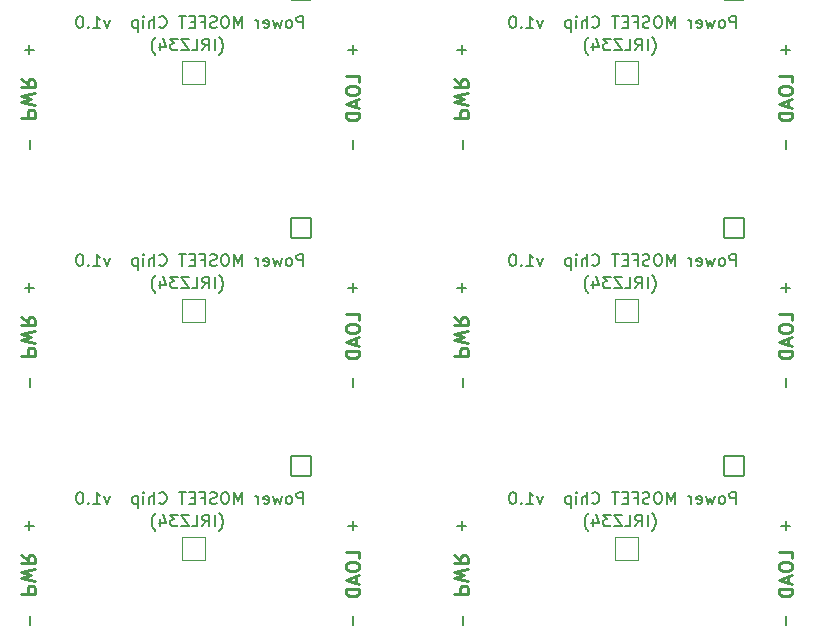
<source format=gbo>
%TF.GenerationSoftware,KiCad,Pcbnew,(6.0.5)*%
%TF.CreationDate,2022-06-05T15:56:58-07:00*%
%TF.ProjectId,mosfet_chip_panel,6d6f7366-6574-45f6-9368-69705f70616e,rev?*%
%TF.SameCoordinates,Original*%
%TF.FileFunction,Legend,Bot*%
%TF.FilePolarity,Positive*%
%FSLAX46Y46*%
G04 Gerber Fmt 4.6, Leading zero omitted, Abs format (unit mm)*
G04 Created by KiCad (PCBNEW (6.0.5)) date 2022-06-05 15:56:58*
%MOMM*%
%LPD*%
G01*
G04 APERTURE LIST*
G04 Aperture macros list*
%AMRoundRect*
0 Rectangle with rounded corners*
0 $1 Rounding radius*
0 $2 $3 $4 $5 $6 $7 $8 $9 X,Y pos of 4 corners*
0 Add a 4 corners polygon primitive as box body*
4,1,4,$2,$3,$4,$5,$6,$7,$8,$9,$2,$3,0*
0 Add four circle primitives for the rounded corners*
1,1,$1+$1,$2,$3*
1,1,$1+$1,$4,$5*
1,1,$1+$1,$6,$7*
1,1,$1+$1,$8,$9*
0 Add four rect primitives between the rounded corners*
20,1,$1+$1,$2,$3,$4,$5,0*
20,1,$1+$1,$4,$5,$6,$7,0*
20,1,$1+$1,$6,$7,$8,$9,0*
20,1,$1+$1,$8,$9,$2,$3,0*%
G04 Aperture macros list end*
%ADD10C,0.250000*%
%ADD11C,0.150000*%
%ADD12C,0.700000*%
%ADD13C,2.132000*%
%ADD14C,2.386000*%
%ADD15RoundRect,0.050000X0.850000X-0.850000X0.850000X0.850000X-0.850000X0.850000X-0.850000X-0.850000X0*%
%ADD16O,1.800000X1.800000*%
%ADD17RoundRect,0.050000X-1.000000X0.952500X-1.000000X-0.952500X1.000000X-0.952500X1.000000X0.952500X0*%
%ADD18O,2.100000X2.005000*%
G04 APERTURE END LIST*
D10*
X54320238Y-31840714D02*
X54320238Y-31293095D01*
X53170238Y-31293095D01*
X53170238Y-32443095D02*
X53170238Y-32662142D01*
X53225000Y-32771666D01*
X53334523Y-32881190D01*
X53553571Y-32935952D01*
X53936904Y-32935952D01*
X54155952Y-32881190D01*
X54265476Y-32771666D01*
X54320238Y-32662142D01*
X54320238Y-32443095D01*
X54265476Y-32333571D01*
X54155952Y-32224047D01*
X53936904Y-32169285D01*
X53553571Y-32169285D01*
X53334523Y-32224047D01*
X53225000Y-32333571D01*
X53170238Y-32443095D01*
X53991666Y-33374047D02*
X53991666Y-33921666D01*
X54320238Y-33264523D02*
X53170238Y-33647857D01*
X54320238Y-34031190D01*
X54320238Y-34414523D02*
X53170238Y-34414523D01*
X53170238Y-34688333D01*
X53225000Y-34852619D01*
X53334523Y-34962142D01*
X53444047Y-35016904D01*
X53663095Y-35071666D01*
X53827380Y-35071666D01*
X54046428Y-35016904D01*
X54155952Y-34962142D01*
X54265476Y-34852619D01*
X54320238Y-34688333D01*
X54320238Y-34414523D01*
X90970238Y-72140714D02*
X90970238Y-71593095D01*
X89820238Y-71593095D01*
X89820238Y-72743095D02*
X89820238Y-72962142D01*
X89875000Y-73071666D01*
X89984523Y-73181190D01*
X90203571Y-73235952D01*
X90586904Y-73235952D01*
X90805952Y-73181190D01*
X90915476Y-73071666D01*
X90970238Y-72962142D01*
X90970238Y-72743095D01*
X90915476Y-72633571D01*
X90805952Y-72524047D01*
X90586904Y-72469285D01*
X90203571Y-72469285D01*
X89984523Y-72524047D01*
X89875000Y-72633571D01*
X89820238Y-72743095D01*
X90641666Y-73674047D02*
X90641666Y-74221666D01*
X90970238Y-73564523D02*
X89820238Y-73947857D01*
X90970238Y-74331190D01*
X90970238Y-74714523D02*
X89820238Y-74714523D01*
X89820238Y-74988333D01*
X89875000Y-75152619D01*
X89984523Y-75262142D01*
X90094047Y-75316904D01*
X90313095Y-75371666D01*
X90477380Y-75371666D01*
X90696428Y-75316904D01*
X90805952Y-75262142D01*
X90915476Y-75152619D01*
X90970238Y-74988333D01*
X90970238Y-74714523D01*
X54320238Y-72140714D02*
X54320238Y-71593095D01*
X53170238Y-71593095D01*
X53170238Y-72743095D02*
X53170238Y-72962142D01*
X53225000Y-73071666D01*
X53334523Y-73181190D01*
X53553571Y-73235952D01*
X53936904Y-73235952D01*
X54155952Y-73181190D01*
X54265476Y-73071666D01*
X54320238Y-72962142D01*
X54320238Y-72743095D01*
X54265476Y-72633571D01*
X54155952Y-72524047D01*
X53936904Y-72469285D01*
X53553571Y-72469285D01*
X53334523Y-72524047D01*
X53225000Y-72633571D01*
X53170238Y-72743095D01*
X53991666Y-73674047D02*
X53991666Y-74221666D01*
X54320238Y-73564523D02*
X53170238Y-73947857D01*
X54320238Y-74331190D01*
X54320238Y-74714523D02*
X53170238Y-74714523D01*
X53170238Y-74988333D01*
X53225000Y-75152619D01*
X53334523Y-75262142D01*
X53444047Y-75316904D01*
X53663095Y-75371666D01*
X53827380Y-75371666D01*
X54046428Y-75316904D01*
X54155952Y-75262142D01*
X54265476Y-75152619D01*
X54320238Y-74988333D01*
X54320238Y-74714523D01*
X90970238Y-51990714D02*
X90970238Y-51443095D01*
X89820238Y-51443095D01*
X89820238Y-52593095D02*
X89820238Y-52812142D01*
X89875000Y-52921666D01*
X89984523Y-53031190D01*
X90203571Y-53085952D01*
X90586904Y-53085952D01*
X90805952Y-53031190D01*
X90915476Y-52921666D01*
X90970238Y-52812142D01*
X90970238Y-52593095D01*
X90915476Y-52483571D01*
X90805952Y-52374047D01*
X90586904Y-52319285D01*
X90203571Y-52319285D01*
X89984523Y-52374047D01*
X89875000Y-52483571D01*
X89820238Y-52593095D01*
X90641666Y-53524047D02*
X90641666Y-54071666D01*
X90970238Y-53414523D02*
X89820238Y-53797857D01*
X90970238Y-54181190D01*
X90970238Y-54564523D02*
X89820238Y-54564523D01*
X89820238Y-54838333D01*
X89875000Y-55002619D01*
X89984523Y-55112142D01*
X90094047Y-55166904D01*
X90313095Y-55221666D01*
X90477380Y-55221666D01*
X90696428Y-55166904D01*
X90805952Y-55112142D01*
X90915476Y-55002619D01*
X90970238Y-54838333D01*
X90970238Y-54564523D01*
X54320238Y-51990714D02*
X54320238Y-51443095D01*
X53170238Y-51443095D01*
X53170238Y-52593095D02*
X53170238Y-52812142D01*
X53225000Y-52921666D01*
X53334523Y-53031190D01*
X53553571Y-53085952D01*
X53936904Y-53085952D01*
X54155952Y-53031190D01*
X54265476Y-52921666D01*
X54320238Y-52812142D01*
X54320238Y-52593095D01*
X54265476Y-52483571D01*
X54155952Y-52374047D01*
X53936904Y-52319285D01*
X53553571Y-52319285D01*
X53334523Y-52374047D01*
X53225000Y-52483571D01*
X53170238Y-52593095D01*
X53991666Y-53524047D02*
X53991666Y-54071666D01*
X54320238Y-53414523D02*
X53170238Y-53797857D01*
X54320238Y-54181190D01*
X54320238Y-54564523D02*
X53170238Y-54564523D01*
X53170238Y-54838333D01*
X53225000Y-55002619D01*
X53334523Y-55112142D01*
X53444047Y-55166904D01*
X53663095Y-55221666D01*
X53827380Y-55221666D01*
X54046428Y-55166904D01*
X54155952Y-55112142D01*
X54265476Y-55002619D01*
X54320238Y-54838333D01*
X54320238Y-54564523D01*
X90970238Y-31840714D02*
X90970238Y-31293095D01*
X89820238Y-31293095D01*
X89820238Y-32443095D02*
X89820238Y-32662142D01*
X89875000Y-32771666D01*
X89984523Y-32881190D01*
X90203571Y-32935952D01*
X90586904Y-32935952D01*
X90805952Y-32881190D01*
X90915476Y-32771666D01*
X90970238Y-32662142D01*
X90970238Y-32443095D01*
X90915476Y-32333571D01*
X90805952Y-32224047D01*
X90586904Y-32169285D01*
X90203571Y-32169285D01*
X89984523Y-32224047D01*
X89875000Y-32333571D01*
X89820238Y-32443095D01*
X90641666Y-33374047D02*
X90641666Y-33921666D01*
X90970238Y-33264523D02*
X89820238Y-33647857D01*
X90970238Y-34031190D01*
X90970238Y-34414523D02*
X89820238Y-34414523D01*
X89820238Y-34688333D01*
X89875000Y-34852619D01*
X89984523Y-34962142D01*
X90094047Y-35016904D01*
X90313095Y-35071666D01*
X90477380Y-35071666D01*
X90696428Y-35016904D01*
X90805952Y-34962142D01*
X90915476Y-34852619D01*
X90970238Y-34688333D01*
X90970238Y-34414523D01*
D11*
X54130952Y-29076428D02*
X53369047Y-29076428D01*
X53750000Y-29457380D02*
X53750000Y-28695476D01*
X90780952Y-69376428D02*
X90019047Y-69376428D01*
X90400000Y-69757380D02*
X90400000Y-68995476D01*
X54130952Y-69376428D02*
X53369047Y-69376428D01*
X53750000Y-69757380D02*
X53750000Y-68995476D01*
X90780952Y-49226428D02*
X90019047Y-49226428D01*
X90400000Y-49607380D02*
X90400000Y-48845476D01*
X54130952Y-49226428D02*
X53369047Y-49226428D01*
X53750000Y-49607380D02*
X53750000Y-48845476D01*
X90780952Y-29076428D02*
X90019047Y-29076428D01*
X90400000Y-29457380D02*
X90400000Y-28695476D01*
X42464294Y-29538331D02*
X42511913Y-29490712D01*
X42607151Y-29347855D01*
X42654770Y-29252617D01*
X42702389Y-29109759D01*
X42750009Y-28871664D01*
X42750009Y-28681188D01*
X42702389Y-28443093D01*
X42654770Y-28300236D01*
X42607151Y-28204998D01*
X42511913Y-28062140D01*
X42464294Y-28014521D01*
X42083342Y-29157378D02*
X42083342Y-28157378D01*
X41035723Y-29157378D02*
X41369056Y-28681188D01*
X41607151Y-29157378D02*
X41607151Y-28157378D01*
X41226199Y-28157378D01*
X41130961Y-28204998D01*
X41083342Y-28252617D01*
X41035723Y-28347855D01*
X41035723Y-28490712D01*
X41083342Y-28585950D01*
X41130961Y-28633569D01*
X41226199Y-28681188D01*
X41607151Y-28681188D01*
X40130961Y-29157378D02*
X40607151Y-29157378D01*
X40607151Y-28157378D01*
X39892866Y-28157378D02*
X39226199Y-28157378D01*
X39892866Y-29157378D01*
X39226199Y-29157378D01*
X38940485Y-28157378D02*
X38321437Y-28157378D01*
X38654770Y-28538331D01*
X38511913Y-28538331D01*
X38416675Y-28585950D01*
X38369056Y-28633569D01*
X38321437Y-28728807D01*
X38321437Y-28966902D01*
X38369056Y-29062140D01*
X38416675Y-29109759D01*
X38511913Y-29157378D01*
X38797628Y-29157378D01*
X38892866Y-29109759D01*
X38940485Y-29062140D01*
X37464294Y-28490712D02*
X37464294Y-29157378D01*
X37702389Y-28109759D02*
X37940485Y-28824045D01*
X37321437Y-28824045D01*
X37035723Y-29538331D02*
X36988104Y-29490712D01*
X36892866Y-29347855D01*
X36845247Y-29252617D01*
X36797628Y-29109759D01*
X36750009Y-28871664D01*
X36750009Y-28681188D01*
X36797628Y-28443093D01*
X36845247Y-28300236D01*
X36892866Y-28204998D01*
X36988104Y-28062140D01*
X37035723Y-28014521D01*
X79114294Y-69838331D02*
X79161913Y-69790712D01*
X79257151Y-69647855D01*
X79304770Y-69552617D01*
X79352389Y-69409759D01*
X79400009Y-69171664D01*
X79400009Y-68981188D01*
X79352389Y-68743093D01*
X79304770Y-68600236D01*
X79257151Y-68504998D01*
X79161913Y-68362140D01*
X79114294Y-68314521D01*
X78733342Y-69457378D02*
X78733342Y-68457378D01*
X77685723Y-69457378D02*
X78019056Y-68981188D01*
X78257151Y-69457378D02*
X78257151Y-68457378D01*
X77876199Y-68457378D01*
X77780961Y-68504998D01*
X77733342Y-68552617D01*
X77685723Y-68647855D01*
X77685723Y-68790712D01*
X77733342Y-68885950D01*
X77780961Y-68933569D01*
X77876199Y-68981188D01*
X78257151Y-68981188D01*
X76780961Y-69457378D02*
X77257151Y-69457378D01*
X77257151Y-68457378D01*
X76542866Y-68457378D02*
X75876199Y-68457378D01*
X76542866Y-69457378D01*
X75876199Y-69457378D01*
X75590485Y-68457378D02*
X74971437Y-68457378D01*
X75304770Y-68838331D01*
X75161913Y-68838331D01*
X75066675Y-68885950D01*
X75019056Y-68933569D01*
X74971437Y-69028807D01*
X74971437Y-69266902D01*
X75019056Y-69362140D01*
X75066675Y-69409759D01*
X75161913Y-69457378D01*
X75447628Y-69457378D01*
X75542866Y-69409759D01*
X75590485Y-69362140D01*
X74114294Y-68790712D02*
X74114294Y-69457378D01*
X74352389Y-68409759D02*
X74590485Y-69124045D01*
X73971437Y-69124045D01*
X73685723Y-69838331D02*
X73638104Y-69790712D01*
X73542866Y-69647855D01*
X73495247Y-69552617D01*
X73447628Y-69409759D01*
X73400009Y-69171664D01*
X73400009Y-68981188D01*
X73447628Y-68743093D01*
X73495247Y-68600236D01*
X73542866Y-68504998D01*
X73638104Y-68362140D01*
X73685723Y-68314521D01*
X42464294Y-69838331D02*
X42511913Y-69790712D01*
X42607151Y-69647855D01*
X42654770Y-69552617D01*
X42702389Y-69409759D01*
X42750009Y-69171664D01*
X42750009Y-68981188D01*
X42702389Y-68743093D01*
X42654770Y-68600236D01*
X42607151Y-68504998D01*
X42511913Y-68362140D01*
X42464294Y-68314521D01*
X42083342Y-69457378D02*
X42083342Y-68457378D01*
X41035723Y-69457378D02*
X41369056Y-68981188D01*
X41607151Y-69457378D02*
X41607151Y-68457378D01*
X41226199Y-68457378D01*
X41130961Y-68504998D01*
X41083342Y-68552617D01*
X41035723Y-68647855D01*
X41035723Y-68790712D01*
X41083342Y-68885950D01*
X41130961Y-68933569D01*
X41226199Y-68981188D01*
X41607151Y-68981188D01*
X40130961Y-69457378D02*
X40607151Y-69457378D01*
X40607151Y-68457378D01*
X39892866Y-68457378D02*
X39226199Y-68457378D01*
X39892866Y-69457378D01*
X39226199Y-69457378D01*
X38940485Y-68457378D02*
X38321437Y-68457378D01*
X38654770Y-68838331D01*
X38511913Y-68838331D01*
X38416675Y-68885950D01*
X38369056Y-68933569D01*
X38321437Y-69028807D01*
X38321437Y-69266902D01*
X38369056Y-69362140D01*
X38416675Y-69409759D01*
X38511913Y-69457378D01*
X38797628Y-69457378D01*
X38892866Y-69409759D01*
X38940485Y-69362140D01*
X37464294Y-68790712D02*
X37464294Y-69457378D01*
X37702389Y-68409759D02*
X37940485Y-69124045D01*
X37321437Y-69124045D01*
X37035723Y-69838331D02*
X36988104Y-69790712D01*
X36892866Y-69647855D01*
X36845247Y-69552617D01*
X36797628Y-69409759D01*
X36750009Y-69171664D01*
X36750009Y-68981188D01*
X36797628Y-68743093D01*
X36845247Y-68600236D01*
X36892866Y-68504998D01*
X36988104Y-68362140D01*
X37035723Y-68314521D01*
X79114294Y-49688331D02*
X79161913Y-49640712D01*
X79257151Y-49497855D01*
X79304770Y-49402617D01*
X79352389Y-49259759D01*
X79400009Y-49021664D01*
X79400009Y-48831188D01*
X79352389Y-48593093D01*
X79304770Y-48450236D01*
X79257151Y-48354998D01*
X79161913Y-48212140D01*
X79114294Y-48164521D01*
X78733342Y-49307378D02*
X78733342Y-48307378D01*
X77685723Y-49307378D02*
X78019056Y-48831188D01*
X78257151Y-49307378D02*
X78257151Y-48307378D01*
X77876199Y-48307378D01*
X77780961Y-48354998D01*
X77733342Y-48402617D01*
X77685723Y-48497855D01*
X77685723Y-48640712D01*
X77733342Y-48735950D01*
X77780961Y-48783569D01*
X77876199Y-48831188D01*
X78257151Y-48831188D01*
X76780961Y-49307378D02*
X77257151Y-49307378D01*
X77257151Y-48307378D01*
X76542866Y-48307378D02*
X75876199Y-48307378D01*
X76542866Y-49307378D01*
X75876199Y-49307378D01*
X75590485Y-48307378D02*
X74971437Y-48307378D01*
X75304770Y-48688331D01*
X75161913Y-48688331D01*
X75066675Y-48735950D01*
X75019056Y-48783569D01*
X74971437Y-48878807D01*
X74971437Y-49116902D01*
X75019056Y-49212140D01*
X75066675Y-49259759D01*
X75161913Y-49307378D01*
X75447628Y-49307378D01*
X75542866Y-49259759D01*
X75590485Y-49212140D01*
X74114294Y-48640712D02*
X74114294Y-49307378D01*
X74352389Y-48259759D02*
X74590485Y-48974045D01*
X73971437Y-48974045D01*
X73685723Y-49688331D02*
X73638104Y-49640712D01*
X73542866Y-49497855D01*
X73495247Y-49402617D01*
X73447628Y-49259759D01*
X73400009Y-49021664D01*
X73400009Y-48831188D01*
X73447628Y-48593093D01*
X73495247Y-48450236D01*
X73542866Y-48354998D01*
X73638104Y-48212140D01*
X73685723Y-48164521D01*
X42464294Y-49688331D02*
X42511913Y-49640712D01*
X42607151Y-49497855D01*
X42654770Y-49402617D01*
X42702389Y-49259759D01*
X42750009Y-49021664D01*
X42750009Y-48831188D01*
X42702389Y-48593093D01*
X42654770Y-48450236D01*
X42607151Y-48354998D01*
X42511913Y-48212140D01*
X42464294Y-48164521D01*
X42083342Y-49307378D02*
X42083342Y-48307378D01*
X41035723Y-49307378D02*
X41369056Y-48831188D01*
X41607151Y-49307378D02*
X41607151Y-48307378D01*
X41226199Y-48307378D01*
X41130961Y-48354998D01*
X41083342Y-48402617D01*
X41035723Y-48497855D01*
X41035723Y-48640712D01*
X41083342Y-48735950D01*
X41130961Y-48783569D01*
X41226199Y-48831188D01*
X41607151Y-48831188D01*
X40130961Y-49307378D02*
X40607151Y-49307378D01*
X40607151Y-48307378D01*
X39892866Y-48307378D02*
X39226199Y-48307378D01*
X39892866Y-49307378D01*
X39226199Y-49307378D01*
X38940485Y-48307378D02*
X38321437Y-48307378D01*
X38654770Y-48688331D01*
X38511913Y-48688331D01*
X38416675Y-48735950D01*
X38369056Y-48783569D01*
X38321437Y-48878807D01*
X38321437Y-49116902D01*
X38369056Y-49212140D01*
X38416675Y-49259759D01*
X38511913Y-49307378D01*
X38797628Y-49307378D01*
X38892866Y-49259759D01*
X38940485Y-49212140D01*
X37464294Y-48640712D02*
X37464294Y-49307378D01*
X37702389Y-48259759D02*
X37940485Y-48974045D01*
X37321437Y-48974045D01*
X37035723Y-49688331D02*
X36988104Y-49640712D01*
X36892866Y-49497855D01*
X36845247Y-49402617D01*
X36797628Y-49259759D01*
X36750009Y-49021664D01*
X36750009Y-48831188D01*
X36797628Y-48593093D01*
X36845247Y-48450236D01*
X36892866Y-48354998D01*
X36988104Y-48212140D01*
X37035723Y-48164521D01*
X79114294Y-29538331D02*
X79161913Y-29490712D01*
X79257151Y-29347855D01*
X79304770Y-29252617D01*
X79352389Y-29109759D01*
X79400009Y-28871664D01*
X79400009Y-28681188D01*
X79352389Y-28443093D01*
X79304770Y-28300236D01*
X79257151Y-28204998D01*
X79161913Y-28062140D01*
X79114294Y-28014521D01*
X78733342Y-29157378D02*
X78733342Y-28157378D01*
X77685723Y-29157378D02*
X78019056Y-28681188D01*
X78257151Y-29157378D02*
X78257151Y-28157378D01*
X77876199Y-28157378D01*
X77780961Y-28204998D01*
X77733342Y-28252617D01*
X77685723Y-28347855D01*
X77685723Y-28490712D01*
X77733342Y-28585950D01*
X77780961Y-28633569D01*
X77876199Y-28681188D01*
X78257151Y-28681188D01*
X76780961Y-29157378D02*
X77257151Y-29157378D01*
X77257151Y-28157378D01*
X76542866Y-28157378D02*
X75876199Y-28157378D01*
X76542866Y-29157378D01*
X75876199Y-29157378D01*
X75590485Y-28157378D02*
X74971437Y-28157378D01*
X75304770Y-28538331D01*
X75161913Y-28538331D01*
X75066675Y-28585950D01*
X75019056Y-28633569D01*
X74971437Y-28728807D01*
X74971437Y-28966902D01*
X75019056Y-29062140D01*
X75066675Y-29109759D01*
X75161913Y-29157378D01*
X75447628Y-29157378D01*
X75542866Y-29109759D01*
X75590485Y-29062140D01*
X74114294Y-28490712D02*
X74114294Y-29157378D01*
X74352389Y-28109759D02*
X74590485Y-28824045D01*
X73971437Y-28824045D01*
X73685723Y-29538331D02*
X73638104Y-29490712D01*
X73542866Y-29347855D01*
X73495247Y-29252617D01*
X73447628Y-29109759D01*
X73400009Y-28871664D01*
X73400009Y-28681188D01*
X73447628Y-28443093D01*
X73495247Y-28300236D01*
X73542866Y-28204998D01*
X73638104Y-28062140D01*
X73685723Y-28014521D01*
X26730952Y-29076428D02*
X25969047Y-29076428D01*
X26350000Y-29457380D02*
X26350000Y-28695476D01*
X63380952Y-69376428D02*
X62619047Y-69376428D01*
X63000000Y-69757380D02*
X63000000Y-68995476D01*
X26730952Y-69376428D02*
X25969047Y-69376428D01*
X26350000Y-69757380D02*
X26350000Y-68995476D01*
X63380952Y-49226428D02*
X62619047Y-49226428D01*
X63000000Y-49607380D02*
X63000000Y-48845476D01*
X26730952Y-49226428D02*
X25969047Y-49226428D01*
X26350000Y-49607380D02*
X26350000Y-48845476D01*
X63380952Y-29076428D02*
X62619047Y-29076428D01*
X63000000Y-29457380D02*
X63000000Y-28695476D01*
X26428571Y-37485952D02*
X26428571Y-36724047D01*
X63078571Y-77785952D02*
X63078571Y-77024047D01*
X26428571Y-77785952D02*
X26428571Y-77024047D01*
X63078571Y-57635952D02*
X63078571Y-56874047D01*
X26428571Y-57635952D02*
X26428571Y-56874047D01*
X63078571Y-37485952D02*
X63078571Y-36724047D01*
D10*
X25657142Y-34855000D02*
X26857142Y-34855000D01*
X26857142Y-34397857D01*
X26800000Y-34283571D01*
X26742857Y-34226428D01*
X26628571Y-34169285D01*
X26457142Y-34169285D01*
X26342857Y-34226428D01*
X26285714Y-34283571D01*
X26228571Y-34397857D01*
X26228571Y-34855000D01*
X26857142Y-33769285D02*
X25657142Y-33483571D01*
X26514285Y-33255000D01*
X25657142Y-33026428D01*
X26857142Y-32740714D01*
X25657142Y-31597857D02*
X26228571Y-31997857D01*
X25657142Y-32283571D02*
X26857142Y-32283571D01*
X26857142Y-31826428D01*
X26800000Y-31712142D01*
X26742857Y-31655000D01*
X26628571Y-31597857D01*
X26457142Y-31597857D01*
X26342857Y-31655000D01*
X26285714Y-31712142D01*
X26228571Y-31826428D01*
X26228571Y-32283571D01*
X62307142Y-75155000D02*
X63507142Y-75155000D01*
X63507142Y-74697857D01*
X63450000Y-74583571D01*
X63392857Y-74526428D01*
X63278571Y-74469285D01*
X63107142Y-74469285D01*
X62992857Y-74526428D01*
X62935714Y-74583571D01*
X62878571Y-74697857D01*
X62878571Y-75155000D01*
X63507142Y-74069285D02*
X62307142Y-73783571D01*
X63164285Y-73555000D01*
X62307142Y-73326428D01*
X63507142Y-73040714D01*
X62307142Y-71897857D02*
X62878571Y-72297857D01*
X62307142Y-72583571D02*
X63507142Y-72583571D01*
X63507142Y-72126428D01*
X63450000Y-72012142D01*
X63392857Y-71955000D01*
X63278571Y-71897857D01*
X63107142Y-71897857D01*
X62992857Y-71955000D01*
X62935714Y-72012142D01*
X62878571Y-72126428D01*
X62878571Y-72583571D01*
X25657142Y-75155000D02*
X26857142Y-75155000D01*
X26857142Y-74697857D01*
X26800000Y-74583571D01*
X26742857Y-74526428D01*
X26628571Y-74469285D01*
X26457142Y-74469285D01*
X26342857Y-74526428D01*
X26285714Y-74583571D01*
X26228571Y-74697857D01*
X26228571Y-75155000D01*
X26857142Y-74069285D02*
X25657142Y-73783571D01*
X26514285Y-73555000D01*
X25657142Y-73326428D01*
X26857142Y-73040714D01*
X25657142Y-71897857D02*
X26228571Y-72297857D01*
X25657142Y-72583571D02*
X26857142Y-72583571D01*
X26857142Y-72126428D01*
X26800000Y-72012142D01*
X26742857Y-71955000D01*
X26628571Y-71897857D01*
X26457142Y-71897857D01*
X26342857Y-71955000D01*
X26285714Y-72012142D01*
X26228571Y-72126428D01*
X26228571Y-72583571D01*
X62307142Y-55005000D02*
X63507142Y-55005000D01*
X63507142Y-54547857D01*
X63450000Y-54433571D01*
X63392857Y-54376428D01*
X63278571Y-54319285D01*
X63107142Y-54319285D01*
X62992857Y-54376428D01*
X62935714Y-54433571D01*
X62878571Y-54547857D01*
X62878571Y-55005000D01*
X63507142Y-53919285D02*
X62307142Y-53633571D01*
X63164285Y-53405000D01*
X62307142Y-53176428D01*
X63507142Y-52890714D01*
X62307142Y-51747857D02*
X62878571Y-52147857D01*
X62307142Y-52433571D02*
X63507142Y-52433571D01*
X63507142Y-51976428D01*
X63450000Y-51862142D01*
X63392857Y-51805000D01*
X63278571Y-51747857D01*
X63107142Y-51747857D01*
X62992857Y-51805000D01*
X62935714Y-51862142D01*
X62878571Y-51976428D01*
X62878571Y-52433571D01*
X25657142Y-55005000D02*
X26857142Y-55005000D01*
X26857142Y-54547857D01*
X26800000Y-54433571D01*
X26742857Y-54376428D01*
X26628571Y-54319285D01*
X26457142Y-54319285D01*
X26342857Y-54376428D01*
X26285714Y-54433571D01*
X26228571Y-54547857D01*
X26228571Y-55005000D01*
X26857142Y-53919285D02*
X25657142Y-53633571D01*
X26514285Y-53405000D01*
X25657142Y-53176428D01*
X26857142Y-52890714D01*
X25657142Y-51747857D02*
X26228571Y-52147857D01*
X25657142Y-52433571D02*
X26857142Y-52433571D01*
X26857142Y-51976428D01*
X26800000Y-51862142D01*
X26742857Y-51805000D01*
X26628571Y-51747857D01*
X26457142Y-51747857D01*
X26342857Y-51805000D01*
X26285714Y-51862142D01*
X26228571Y-51976428D01*
X26228571Y-52433571D01*
X62307142Y-34855000D02*
X63507142Y-34855000D01*
X63507142Y-34397857D01*
X63450000Y-34283571D01*
X63392857Y-34226428D01*
X63278571Y-34169285D01*
X63107142Y-34169285D01*
X62992857Y-34226428D01*
X62935714Y-34283571D01*
X62878571Y-34397857D01*
X62878571Y-34855000D01*
X63507142Y-33769285D02*
X62307142Y-33483571D01*
X63164285Y-33255000D01*
X62307142Y-33026428D01*
X63507142Y-32740714D01*
X62307142Y-31597857D02*
X62878571Y-31997857D01*
X62307142Y-32283571D02*
X63507142Y-32283571D01*
X63507142Y-31826428D01*
X63450000Y-31712142D01*
X63392857Y-31655000D01*
X63278571Y-31597857D01*
X63107142Y-31597857D01*
X62992857Y-31655000D01*
X62935714Y-31712142D01*
X62878571Y-31826428D01*
X62878571Y-32283571D01*
D11*
X33178571Y-26590714D02*
X32940476Y-27257380D01*
X32702380Y-26590714D01*
X31797619Y-27257380D02*
X32369047Y-27257380D01*
X32083333Y-27257380D02*
X32083333Y-26257380D01*
X32178571Y-26400238D01*
X32273809Y-26495476D01*
X32369047Y-26543095D01*
X31369047Y-27162142D02*
X31321428Y-27209761D01*
X31369047Y-27257380D01*
X31416666Y-27209761D01*
X31369047Y-27162142D01*
X31369047Y-27257380D01*
X30702380Y-26257380D02*
X30607142Y-26257380D01*
X30511904Y-26305000D01*
X30464285Y-26352619D01*
X30416666Y-26447857D01*
X30369047Y-26638333D01*
X30369047Y-26876428D01*
X30416666Y-27066904D01*
X30464285Y-27162142D01*
X30511904Y-27209761D01*
X30607142Y-27257380D01*
X30702380Y-27257380D01*
X30797619Y-27209761D01*
X30845238Y-27162142D01*
X30892857Y-27066904D01*
X30940476Y-26876428D01*
X30940476Y-26638333D01*
X30892857Y-26447857D01*
X30845238Y-26352619D01*
X30797619Y-26305000D01*
X30702380Y-26257380D01*
X69828571Y-66890714D02*
X69590476Y-67557380D01*
X69352380Y-66890714D01*
X68447619Y-67557380D02*
X69019047Y-67557380D01*
X68733333Y-67557380D02*
X68733333Y-66557380D01*
X68828571Y-66700238D01*
X68923809Y-66795476D01*
X69019047Y-66843095D01*
X68019047Y-67462142D02*
X67971428Y-67509761D01*
X68019047Y-67557380D01*
X68066666Y-67509761D01*
X68019047Y-67462142D01*
X68019047Y-67557380D01*
X67352380Y-66557380D02*
X67257142Y-66557380D01*
X67161904Y-66605000D01*
X67114285Y-66652619D01*
X67066666Y-66747857D01*
X67019047Y-66938333D01*
X67019047Y-67176428D01*
X67066666Y-67366904D01*
X67114285Y-67462142D01*
X67161904Y-67509761D01*
X67257142Y-67557380D01*
X67352380Y-67557380D01*
X67447619Y-67509761D01*
X67495238Y-67462142D01*
X67542857Y-67366904D01*
X67590476Y-67176428D01*
X67590476Y-66938333D01*
X67542857Y-66747857D01*
X67495238Y-66652619D01*
X67447619Y-66605000D01*
X67352380Y-66557380D01*
X33178571Y-66890714D02*
X32940476Y-67557380D01*
X32702380Y-66890714D01*
X31797619Y-67557380D02*
X32369047Y-67557380D01*
X32083333Y-67557380D02*
X32083333Y-66557380D01*
X32178571Y-66700238D01*
X32273809Y-66795476D01*
X32369047Y-66843095D01*
X31369047Y-67462142D02*
X31321428Y-67509761D01*
X31369047Y-67557380D01*
X31416666Y-67509761D01*
X31369047Y-67462142D01*
X31369047Y-67557380D01*
X30702380Y-66557380D02*
X30607142Y-66557380D01*
X30511904Y-66605000D01*
X30464285Y-66652619D01*
X30416666Y-66747857D01*
X30369047Y-66938333D01*
X30369047Y-67176428D01*
X30416666Y-67366904D01*
X30464285Y-67462142D01*
X30511904Y-67509761D01*
X30607142Y-67557380D01*
X30702380Y-67557380D01*
X30797619Y-67509761D01*
X30845238Y-67462142D01*
X30892857Y-67366904D01*
X30940476Y-67176428D01*
X30940476Y-66938333D01*
X30892857Y-66747857D01*
X30845238Y-66652619D01*
X30797619Y-66605000D01*
X30702380Y-66557380D01*
X69828571Y-46740714D02*
X69590476Y-47407380D01*
X69352380Y-46740714D01*
X68447619Y-47407380D02*
X69019047Y-47407380D01*
X68733333Y-47407380D02*
X68733333Y-46407380D01*
X68828571Y-46550238D01*
X68923809Y-46645476D01*
X69019047Y-46693095D01*
X68019047Y-47312142D02*
X67971428Y-47359761D01*
X68019047Y-47407380D01*
X68066666Y-47359761D01*
X68019047Y-47312142D01*
X68019047Y-47407380D01*
X67352380Y-46407380D02*
X67257142Y-46407380D01*
X67161904Y-46455000D01*
X67114285Y-46502619D01*
X67066666Y-46597857D01*
X67019047Y-46788333D01*
X67019047Y-47026428D01*
X67066666Y-47216904D01*
X67114285Y-47312142D01*
X67161904Y-47359761D01*
X67257142Y-47407380D01*
X67352380Y-47407380D01*
X67447619Y-47359761D01*
X67495238Y-47312142D01*
X67542857Y-47216904D01*
X67590476Y-47026428D01*
X67590476Y-46788333D01*
X67542857Y-46597857D01*
X67495238Y-46502619D01*
X67447619Y-46455000D01*
X67352380Y-46407380D01*
X33178571Y-46740714D02*
X32940476Y-47407380D01*
X32702380Y-46740714D01*
X31797619Y-47407380D02*
X32369047Y-47407380D01*
X32083333Y-47407380D02*
X32083333Y-46407380D01*
X32178571Y-46550238D01*
X32273809Y-46645476D01*
X32369047Y-46693095D01*
X31369047Y-47312142D02*
X31321428Y-47359761D01*
X31369047Y-47407380D01*
X31416666Y-47359761D01*
X31369047Y-47312142D01*
X31369047Y-47407380D01*
X30702380Y-46407380D02*
X30607142Y-46407380D01*
X30511904Y-46455000D01*
X30464285Y-46502619D01*
X30416666Y-46597857D01*
X30369047Y-46788333D01*
X30369047Y-47026428D01*
X30416666Y-47216904D01*
X30464285Y-47312142D01*
X30511904Y-47359761D01*
X30607142Y-47407380D01*
X30702380Y-47407380D01*
X30797619Y-47359761D01*
X30845238Y-47312142D01*
X30892857Y-47216904D01*
X30940476Y-47026428D01*
X30940476Y-46788333D01*
X30892857Y-46597857D01*
X30845238Y-46502619D01*
X30797619Y-46455000D01*
X30702380Y-46407380D01*
X69828571Y-26590714D02*
X69590476Y-27257380D01*
X69352380Y-26590714D01*
X68447619Y-27257380D02*
X69019047Y-27257380D01*
X68733333Y-27257380D02*
X68733333Y-26257380D01*
X68828571Y-26400238D01*
X68923809Y-26495476D01*
X69019047Y-26543095D01*
X68019047Y-27162142D02*
X67971428Y-27209761D01*
X68019047Y-27257380D01*
X68066666Y-27209761D01*
X68019047Y-27162142D01*
X68019047Y-27257380D01*
X67352380Y-26257380D02*
X67257142Y-26257380D01*
X67161904Y-26305000D01*
X67114285Y-26352619D01*
X67066666Y-26447857D01*
X67019047Y-26638333D01*
X67019047Y-26876428D01*
X67066666Y-27066904D01*
X67114285Y-27162142D01*
X67161904Y-27209761D01*
X67257142Y-27257380D01*
X67352380Y-27257380D01*
X67447619Y-27209761D01*
X67495238Y-27162142D01*
X67542857Y-27066904D01*
X67590476Y-26876428D01*
X67590476Y-26638333D01*
X67542857Y-26447857D01*
X67495238Y-26352619D01*
X67447619Y-26305000D01*
X67352380Y-26257380D01*
X53778571Y-37485952D02*
X53778571Y-36724047D01*
X90428571Y-77785952D02*
X90428571Y-77024047D01*
X53778571Y-77785952D02*
X53778571Y-77024047D01*
X90428571Y-57635952D02*
X90428571Y-56874047D01*
X53778571Y-57635952D02*
X53778571Y-56874047D01*
X90428571Y-37485952D02*
X90428571Y-36724047D01*
X49564285Y-27257380D02*
X49564285Y-26257380D01*
X49183333Y-26257380D01*
X49088095Y-26305000D01*
X49040476Y-26352619D01*
X48992857Y-26447857D01*
X48992857Y-26590714D01*
X49040476Y-26685952D01*
X49088095Y-26733571D01*
X49183333Y-26781190D01*
X49564285Y-26781190D01*
X48421428Y-27257380D02*
X48516666Y-27209761D01*
X48564285Y-27162142D01*
X48611904Y-27066904D01*
X48611904Y-26781190D01*
X48564285Y-26685952D01*
X48516666Y-26638333D01*
X48421428Y-26590714D01*
X48278571Y-26590714D01*
X48183333Y-26638333D01*
X48135714Y-26685952D01*
X48088095Y-26781190D01*
X48088095Y-27066904D01*
X48135714Y-27162142D01*
X48183333Y-27209761D01*
X48278571Y-27257380D01*
X48421428Y-27257380D01*
X47754761Y-26590714D02*
X47564285Y-27257380D01*
X47373809Y-26781190D01*
X47183333Y-27257380D01*
X46992857Y-26590714D01*
X46230952Y-27209761D02*
X46326190Y-27257380D01*
X46516666Y-27257380D01*
X46611904Y-27209761D01*
X46659523Y-27114523D01*
X46659523Y-26733571D01*
X46611904Y-26638333D01*
X46516666Y-26590714D01*
X46326190Y-26590714D01*
X46230952Y-26638333D01*
X46183333Y-26733571D01*
X46183333Y-26828809D01*
X46659523Y-26924047D01*
X45754761Y-27257380D02*
X45754761Y-26590714D01*
X45754761Y-26781190D02*
X45707142Y-26685952D01*
X45659523Y-26638333D01*
X45564285Y-26590714D01*
X45469047Y-26590714D01*
X44373809Y-27257380D02*
X44373809Y-26257380D01*
X44040476Y-26971666D01*
X43707142Y-26257380D01*
X43707142Y-27257380D01*
X43040476Y-26257380D02*
X42850000Y-26257380D01*
X42754761Y-26305000D01*
X42659523Y-26400238D01*
X42611904Y-26590714D01*
X42611904Y-26924047D01*
X42659523Y-27114523D01*
X42754761Y-27209761D01*
X42850000Y-27257380D01*
X43040476Y-27257380D01*
X43135714Y-27209761D01*
X43230952Y-27114523D01*
X43278571Y-26924047D01*
X43278571Y-26590714D01*
X43230952Y-26400238D01*
X43135714Y-26305000D01*
X43040476Y-26257380D01*
X42230952Y-27209761D02*
X42088095Y-27257380D01*
X41850000Y-27257380D01*
X41754761Y-27209761D01*
X41707142Y-27162142D01*
X41659523Y-27066904D01*
X41659523Y-26971666D01*
X41707142Y-26876428D01*
X41754761Y-26828809D01*
X41850000Y-26781190D01*
X42040476Y-26733571D01*
X42135714Y-26685952D01*
X42183333Y-26638333D01*
X42230952Y-26543095D01*
X42230952Y-26447857D01*
X42183333Y-26352619D01*
X42135714Y-26305000D01*
X42040476Y-26257380D01*
X41802380Y-26257380D01*
X41659523Y-26305000D01*
X40897619Y-26733571D02*
X41230952Y-26733571D01*
X41230952Y-27257380D02*
X41230952Y-26257380D01*
X40754761Y-26257380D01*
X40373809Y-26733571D02*
X40040476Y-26733571D01*
X39897619Y-27257380D02*
X40373809Y-27257380D01*
X40373809Y-26257380D01*
X39897619Y-26257380D01*
X39611904Y-26257380D02*
X39040476Y-26257380D01*
X39326190Y-27257380D02*
X39326190Y-26257380D01*
X37373809Y-27162142D02*
X37421428Y-27209761D01*
X37564285Y-27257380D01*
X37659523Y-27257380D01*
X37802380Y-27209761D01*
X37897619Y-27114523D01*
X37945238Y-27019285D01*
X37992857Y-26828809D01*
X37992857Y-26685952D01*
X37945238Y-26495476D01*
X37897619Y-26400238D01*
X37802380Y-26305000D01*
X37659523Y-26257380D01*
X37564285Y-26257380D01*
X37421428Y-26305000D01*
X37373809Y-26352619D01*
X36945238Y-27257380D02*
X36945238Y-26257380D01*
X36516666Y-27257380D02*
X36516666Y-26733571D01*
X36564285Y-26638333D01*
X36659523Y-26590714D01*
X36802380Y-26590714D01*
X36897619Y-26638333D01*
X36945238Y-26685952D01*
X36040476Y-27257380D02*
X36040476Y-26590714D01*
X36040476Y-26257380D02*
X36088095Y-26305000D01*
X36040476Y-26352619D01*
X35992857Y-26305000D01*
X36040476Y-26257380D01*
X36040476Y-26352619D01*
X35564285Y-26590714D02*
X35564285Y-27590714D01*
X35564285Y-26638333D02*
X35469047Y-26590714D01*
X35278571Y-26590714D01*
X35183333Y-26638333D01*
X35135714Y-26685952D01*
X35088095Y-26781190D01*
X35088095Y-27066904D01*
X35135714Y-27162142D01*
X35183333Y-27209761D01*
X35278571Y-27257380D01*
X35469047Y-27257380D01*
X35564285Y-27209761D01*
X86214285Y-67557380D02*
X86214285Y-66557380D01*
X85833333Y-66557380D01*
X85738095Y-66605000D01*
X85690476Y-66652619D01*
X85642857Y-66747857D01*
X85642857Y-66890714D01*
X85690476Y-66985952D01*
X85738095Y-67033571D01*
X85833333Y-67081190D01*
X86214285Y-67081190D01*
X85071428Y-67557380D02*
X85166666Y-67509761D01*
X85214285Y-67462142D01*
X85261904Y-67366904D01*
X85261904Y-67081190D01*
X85214285Y-66985952D01*
X85166666Y-66938333D01*
X85071428Y-66890714D01*
X84928571Y-66890714D01*
X84833333Y-66938333D01*
X84785714Y-66985952D01*
X84738095Y-67081190D01*
X84738095Y-67366904D01*
X84785714Y-67462142D01*
X84833333Y-67509761D01*
X84928571Y-67557380D01*
X85071428Y-67557380D01*
X84404761Y-66890714D02*
X84214285Y-67557380D01*
X84023809Y-67081190D01*
X83833333Y-67557380D01*
X83642857Y-66890714D01*
X82880952Y-67509761D02*
X82976190Y-67557380D01*
X83166666Y-67557380D01*
X83261904Y-67509761D01*
X83309523Y-67414523D01*
X83309523Y-67033571D01*
X83261904Y-66938333D01*
X83166666Y-66890714D01*
X82976190Y-66890714D01*
X82880952Y-66938333D01*
X82833333Y-67033571D01*
X82833333Y-67128809D01*
X83309523Y-67224047D01*
X82404761Y-67557380D02*
X82404761Y-66890714D01*
X82404761Y-67081190D02*
X82357142Y-66985952D01*
X82309523Y-66938333D01*
X82214285Y-66890714D01*
X82119047Y-66890714D01*
X81023809Y-67557380D02*
X81023809Y-66557380D01*
X80690476Y-67271666D01*
X80357142Y-66557380D01*
X80357142Y-67557380D01*
X79690476Y-66557380D02*
X79500000Y-66557380D01*
X79404761Y-66605000D01*
X79309523Y-66700238D01*
X79261904Y-66890714D01*
X79261904Y-67224047D01*
X79309523Y-67414523D01*
X79404761Y-67509761D01*
X79500000Y-67557380D01*
X79690476Y-67557380D01*
X79785714Y-67509761D01*
X79880952Y-67414523D01*
X79928571Y-67224047D01*
X79928571Y-66890714D01*
X79880952Y-66700238D01*
X79785714Y-66605000D01*
X79690476Y-66557380D01*
X78880952Y-67509761D02*
X78738095Y-67557380D01*
X78500000Y-67557380D01*
X78404761Y-67509761D01*
X78357142Y-67462142D01*
X78309523Y-67366904D01*
X78309523Y-67271666D01*
X78357142Y-67176428D01*
X78404761Y-67128809D01*
X78500000Y-67081190D01*
X78690476Y-67033571D01*
X78785714Y-66985952D01*
X78833333Y-66938333D01*
X78880952Y-66843095D01*
X78880952Y-66747857D01*
X78833333Y-66652619D01*
X78785714Y-66605000D01*
X78690476Y-66557380D01*
X78452380Y-66557380D01*
X78309523Y-66605000D01*
X77547619Y-67033571D02*
X77880952Y-67033571D01*
X77880952Y-67557380D02*
X77880952Y-66557380D01*
X77404761Y-66557380D01*
X77023809Y-67033571D02*
X76690476Y-67033571D01*
X76547619Y-67557380D02*
X77023809Y-67557380D01*
X77023809Y-66557380D01*
X76547619Y-66557380D01*
X76261904Y-66557380D02*
X75690476Y-66557380D01*
X75976190Y-67557380D02*
X75976190Y-66557380D01*
X74023809Y-67462142D02*
X74071428Y-67509761D01*
X74214285Y-67557380D01*
X74309523Y-67557380D01*
X74452380Y-67509761D01*
X74547619Y-67414523D01*
X74595238Y-67319285D01*
X74642857Y-67128809D01*
X74642857Y-66985952D01*
X74595238Y-66795476D01*
X74547619Y-66700238D01*
X74452380Y-66605000D01*
X74309523Y-66557380D01*
X74214285Y-66557380D01*
X74071428Y-66605000D01*
X74023809Y-66652619D01*
X73595238Y-67557380D02*
X73595238Y-66557380D01*
X73166666Y-67557380D02*
X73166666Y-67033571D01*
X73214285Y-66938333D01*
X73309523Y-66890714D01*
X73452380Y-66890714D01*
X73547619Y-66938333D01*
X73595238Y-66985952D01*
X72690476Y-67557380D02*
X72690476Y-66890714D01*
X72690476Y-66557380D02*
X72738095Y-66605000D01*
X72690476Y-66652619D01*
X72642857Y-66605000D01*
X72690476Y-66557380D01*
X72690476Y-66652619D01*
X72214285Y-66890714D02*
X72214285Y-67890714D01*
X72214285Y-66938333D02*
X72119047Y-66890714D01*
X71928571Y-66890714D01*
X71833333Y-66938333D01*
X71785714Y-66985952D01*
X71738095Y-67081190D01*
X71738095Y-67366904D01*
X71785714Y-67462142D01*
X71833333Y-67509761D01*
X71928571Y-67557380D01*
X72119047Y-67557380D01*
X72214285Y-67509761D01*
X49564285Y-67557380D02*
X49564285Y-66557380D01*
X49183333Y-66557380D01*
X49088095Y-66605000D01*
X49040476Y-66652619D01*
X48992857Y-66747857D01*
X48992857Y-66890714D01*
X49040476Y-66985952D01*
X49088095Y-67033571D01*
X49183333Y-67081190D01*
X49564285Y-67081190D01*
X48421428Y-67557380D02*
X48516666Y-67509761D01*
X48564285Y-67462142D01*
X48611904Y-67366904D01*
X48611904Y-67081190D01*
X48564285Y-66985952D01*
X48516666Y-66938333D01*
X48421428Y-66890714D01*
X48278571Y-66890714D01*
X48183333Y-66938333D01*
X48135714Y-66985952D01*
X48088095Y-67081190D01*
X48088095Y-67366904D01*
X48135714Y-67462142D01*
X48183333Y-67509761D01*
X48278571Y-67557380D01*
X48421428Y-67557380D01*
X47754761Y-66890714D02*
X47564285Y-67557380D01*
X47373809Y-67081190D01*
X47183333Y-67557380D01*
X46992857Y-66890714D01*
X46230952Y-67509761D02*
X46326190Y-67557380D01*
X46516666Y-67557380D01*
X46611904Y-67509761D01*
X46659523Y-67414523D01*
X46659523Y-67033571D01*
X46611904Y-66938333D01*
X46516666Y-66890714D01*
X46326190Y-66890714D01*
X46230952Y-66938333D01*
X46183333Y-67033571D01*
X46183333Y-67128809D01*
X46659523Y-67224047D01*
X45754761Y-67557380D02*
X45754761Y-66890714D01*
X45754761Y-67081190D02*
X45707142Y-66985952D01*
X45659523Y-66938333D01*
X45564285Y-66890714D01*
X45469047Y-66890714D01*
X44373809Y-67557380D02*
X44373809Y-66557380D01*
X44040476Y-67271666D01*
X43707142Y-66557380D01*
X43707142Y-67557380D01*
X43040476Y-66557380D02*
X42850000Y-66557380D01*
X42754761Y-66605000D01*
X42659523Y-66700238D01*
X42611904Y-66890714D01*
X42611904Y-67224047D01*
X42659523Y-67414523D01*
X42754761Y-67509761D01*
X42850000Y-67557380D01*
X43040476Y-67557380D01*
X43135714Y-67509761D01*
X43230952Y-67414523D01*
X43278571Y-67224047D01*
X43278571Y-66890714D01*
X43230952Y-66700238D01*
X43135714Y-66605000D01*
X43040476Y-66557380D01*
X42230952Y-67509761D02*
X42088095Y-67557380D01*
X41850000Y-67557380D01*
X41754761Y-67509761D01*
X41707142Y-67462142D01*
X41659523Y-67366904D01*
X41659523Y-67271666D01*
X41707142Y-67176428D01*
X41754761Y-67128809D01*
X41850000Y-67081190D01*
X42040476Y-67033571D01*
X42135714Y-66985952D01*
X42183333Y-66938333D01*
X42230952Y-66843095D01*
X42230952Y-66747857D01*
X42183333Y-66652619D01*
X42135714Y-66605000D01*
X42040476Y-66557380D01*
X41802380Y-66557380D01*
X41659523Y-66605000D01*
X40897619Y-67033571D02*
X41230952Y-67033571D01*
X41230952Y-67557380D02*
X41230952Y-66557380D01*
X40754761Y-66557380D01*
X40373809Y-67033571D02*
X40040476Y-67033571D01*
X39897619Y-67557380D02*
X40373809Y-67557380D01*
X40373809Y-66557380D01*
X39897619Y-66557380D01*
X39611904Y-66557380D02*
X39040476Y-66557380D01*
X39326190Y-67557380D02*
X39326190Y-66557380D01*
X37373809Y-67462142D02*
X37421428Y-67509761D01*
X37564285Y-67557380D01*
X37659523Y-67557380D01*
X37802380Y-67509761D01*
X37897619Y-67414523D01*
X37945238Y-67319285D01*
X37992857Y-67128809D01*
X37992857Y-66985952D01*
X37945238Y-66795476D01*
X37897619Y-66700238D01*
X37802380Y-66605000D01*
X37659523Y-66557380D01*
X37564285Y-66557380D01*
X37421428Y-66605000D01*
X37373809Y-66652619D01*
X36945238Y-67557380D02*
X36945238Y-66557380D01*
X36516666Y-67557380D02*
X36516666Y-67033571D01*
X36564285Y-66938333D01*
X36659523Y-66890714D01*
X36802380Y-66890714D01*
X36897619Y-66938333D01*
X36945238Y-66985952D01*
X36040476Y-67557380D02*
X36040476Y-66890714D01*
X36040476Y-66557380D02*
X36088095Y-66605000D01*
X36040476Y-66652619D01*
X35992857Y-66605000D01*
X36040476Y-66557380D01*
X36040476Y-66652619D01*
X35564285Y-66890714D02*
X35564285Y-67890714D01*
X35564285Y-66938333D02*
X35469047Y-66890714D01*
X35278571Y-66890714D01*
X35183333Y-66938333D01*
X35135714Y-66985952D01*
X35088095Y-67081190D01*
X35088095Y-67366904D01*
X35135714Y-67462142D01*
X35183333Y-67509761D01*
X35278571Y-67557380D01*
X35469047Y-67557380D01*
X35564285Y-67509761D01*
X86214285Y-47407380D02*
X86214285Y-46407380D01*
X85833333Y-46407380D01*
X85738095Y-46455000D01*
X85690476Y-46502619D01*
X85642857Y-46597857D01*
X85642857Y-46740714D01*
X85690476Y-46835952D01*
X85738095Y-46883571D01*
X85833333Y-46931190D01*
X86214285Y-46931190D01*
X85071428Y-47407380D02*
X85166666Y-47359761D01*
X85214285Y-47312142D01*
X85261904Y-47216904D01*
X85261904Y-46931190D01*
X85214285Y-46835952D01*
X85166666Y-46788333D01*
X85071428Y-46740714D01*
X84928571Y-46740714D01*
X84833333Y-46788333D01*
X84785714Y-46835952D01*
X84738095Y-46931190D01*
X84738095Y-47216904D01*
X84785714Y-47312142D01*
X84833333Y-47359761D01*
X84928571Y-47407380D01*
X85071428Y-47407380D01*
X84404761Y-46740714D02*
X84214285Y-47407380D01*
X84023809Y-46931190D01*
X83833333Y-47407380D01*
X83642857Y-46740714D01*
X82880952Y-47359761D02*
X82976190Y-47407380D01*
X83166666Y-47407380D01*
X83261904Y-47359761D01*
X83309523Y-47264523D01*
X83309523Y-46883571D01*
X83261904Y-46788333D01*
X83166666Y-46740714D01*
X82976190Y-46740714D01*
X82880952Y-46788333D01*
X82833333Y-46883571D01*
X82833333Y-46978809D01*
X83309523Y-47074047D01*
X82404761Y-47407380D02*
X82404761Y-46740714D01*
X82404761Y-46931190D02*
X82357142Y-46835952D01*
X82309523Y-46788333D01*
X82214285Y-46740714D01*
X82119047Y-46740714D01*
X81023809Y-47407380D02*
X81023809Y-46407380D01*
X80690476Y-47121666D01*
X80357142Y-46407380D01*
X80357142Y-47407380D01*
X79690476Y-46407380D02*
X79500000Y-46407380D01*
X79404761Y-46455000D01*
X79309523Y-46550238D01*
X79261904Y-46740714D01*
X79261904Y-47074047D01*
X79309523Y-47264523D01*
X79404761Y-47359761D01*
X79500000Y-47407380D01*
X79690476Y-47407380D01*
X79785714Y-47359761D01*
X79880952Y-47264523D01*
X79928571Y-47074047D01*
X79928571Y-46740714D01*
X79880952Y-46550238D01*
X79785714Y-46455000D01*
X79690476Y-46407380D01*
X78880952Y-47359761D02*
X78738095Y-47407380D01*
X78500000Y-47407380D01*
X78404761Y-47359761D01*
X78357142Y-47312142D01*
X78309523Y-47216904D01*
X78309523Y-47121666D01*
X78357142Y-47026428D01*
X78404761Y-46978809D01*
X78500000Y-46931190D01*
X78690476Y-46883571D01*
X78785714Y-46835952D01*
X78833333Y-46788333D01*
X78880952Y-46693095D01*
X78880952Y-46597857D01*
X78833333Y-46502619D01*
X78785714Y-46455000D01*
X78690476Y-46407380D01*
X78452380Y-46407380D01*
X78309523Y-46455000D01*
X77547619Y-46883571D02*
X77880952Y-46883571D01*
X77880952Y-47407380D02*
X77880952Y-46407380D01*
X77404761Y-46407380D01*
X77023809Y-46883571D02*
X76690476Y-46883571D01*
X76547619Y-47407380D02*
X77023809Y-47407380D01*
X77023809Y-46407380D01*
X76547619Y-46407380D01*
X76261904Y-46407380D02*
X75690476Y-46407380D01*
X75976190Y-47407380D02*
X75976190Y-46407380D01*
X74023809Y-47312142D02*
X74071428Y-47359761D01*
X74214285Y-47407380D01*
X74309523Y-47407380D01*
X74452380Y-47359761D01*
X74547619Y-47264523D01*
X74595238Y-47169285D01*
X74642857Y-46978809D01*
X74642857Y-46835952D01*
X74595238Y-46645476D01*
X74547619Y-46550238D01*
X74452380Y-46455000D01*
X74309523Y-46407380D01*
X74214285Y-46407380D01*
X74071428Y-46455000D01*
X74023809Y-46502619D01*
X73595238Y-47407380D02*
X73595238Y-46407380D01*
X73166666Y-47407380D02*
X73166666Y-46883571D01*
X73214285Y-46788333D01*
X73309523Y-46740714D01*
X73452380Y-46740714D01*
X73547619Y-46788333D01*
X73595238Y-46835952D01*
X72690476Y-47407380D02*
X72690476Y-46740714D01*
X72690476Y-46407380D02*
X72738095Y-46455000D01*
X72690476Y-46502619D01*
X72642857Y-46455000D01*
X72690476Y-46407380D01*
X72690476Y-46502619D01*
X72214285Y-46740714D02*
X72214285Y-47740714D01*
X72214285Y-46788333D02*
X72119047Y-46740714D01*
X71928571Y-46740714D01*
X71833333Y-46788333D01*
X71785714Y-46835952D01*
X71738095Y-46931190D01*
X71738095Y-47216904D01*
X71785714Y-47312142D01*
X71833333Y-47359761D01*
X71928571Y-47407380D01*
X72119047Y-47407380D01*
X72214285Y-47359761D01*
X49564285Y-47407380D02*
X49564285Y-46407380D01*
X49183333Y-46407380D01*
X49088095Y-46455000D01*
X49040476Y-46502619D01*
X48992857Y-46597857D01*
X48992857Y-46740714D01*
X49040476Y-46835952D01*
X49088095Y-46883571D01*
X49183333Y-46931190D01*
X49564285Y-46931190D01*
X48421428Y-47407380D02*
X48516666Y-47359761D01*
X48564285Y-47312142D01*
X48611904Y-47216904D01*
X48611904Y-46931190D01*
X48564285Y-46835952D01*
X48516666Y-46788333D01*
X48421428Y-46740714D01*
X48278571Y-46740714D01*
X48183333Y-46788333D01*
X48135714Y-46835952D01*
X48088095Y-46931190D01*
X48088095Y-47216904D01*
X48135714Y-47312142D01*
X48183333Y-47359761D01*
X48278571Y-47407380D01*
X48421428Y-47407380D01*
X47754761Y-46740714D02*
X47564285Y-47407380D01*
X47373809Y-46931190D01*
X47183333Y-47407380D01*
X46992857Y-46740714D01*
X46230952Y-47359761D02*
X46326190Y-47407380D01*
X46516666Y-47407380D01*
X46611904Y-47359761D01*
X46659523Y-47264523D01*
X46659523Y-46883571D01*
X46611904Y-46788333D01*
X46516666Y-46740714D01*
X46326190Y-46740714D01*
X46230952Y-46788333D01*
X46183333Y-46883571D01*
X46183333Y-46978809D01*
X46659523Y-47074047D01*
X45754761Y-47407380D02*
X45754761Y-46740714D01*
X45754761Y-46931190D02*
X45707142Y-46835952D01*
X45659523Y-46788333D01*
X45564285Y-46740714D01*
X45469047Y-46740714D01*
X44373809Y-47407380D02*
X44373809Y-46407380D01*
X44040476Y-47121666D01*
X43707142Y-46407380D01*
X43707142Y-47407380D01*
X43040476Y-46407380D02*
X42850000Y-46407380D01*
X42754761Y-46455000D01*
X42659523Y-46550238D01*
X42611904Y-46740714D01*
X42611904Y-47074047D01*
X42659523Y-47264523D01*
X42754761Y-47359761D01*
X42850000Y-47407380D01*
X43040476Y-47407380D01*
X43135714Y-47359761D01*
X43230952Y-47264523D01*
X43278571Y-47074047D01*
X43278571Y-46740714D01*
X43230952Y-46550238D01*
X43135714Y-46455000D01*
X43040476Y-46407380D01*
X42230952Y-47359761D02*
X42088095Y-47407380D01*
X41850000Y-47407380D01*
X41754761Y-47359761D01*
X41707142Y-47312142D01*
X41659523Y-47216904D01*
X41659523Y-47121666D01*
X41707142Y-47026428D01*
X41754761Y-46978809D01*
X41850000Y-46931190D01*
X42040476Y-46883571D01*
X42135714Y-46835952D01*
X42183333Y-46788333D01*
X42230952Y-46693095D01*
X42230952Y-46597857D01*
X42183333Y-46502619D01*
X42135714Y-46455000D01*
X42040476Y-46407380D01*
X41802380Y-46407380D01*
X41659523Y-46455000D01*
X40897619Y-46883571D02*
X41230952Y-46883571D01*
X41230952Y-47407380D02*
X41230952Y-46407380D01*
X40754761Y-46407380D01*
X40373809Y-46883571D02*
X40040476Y-46883571D01*
X39897619Y-47407380D02*
X40373809Y-47407380D01*
X40373809Y-46407380D01*
X39897619Y-46407380D01*
X39611904Y-46407380D02*
X39040476Y-46407380D01*
X39326190Y-47407380D02*
X39326190Y-46407380D01*
X37373809Y-47312142D02*
X37421428Y-47359761D01*
X37564285Y-47407380D01*
X37659523Y-47407380D01*
X37802380Y-47359761D01*
X37897619Y-47264523D01*
X37945238Y-47169285D01*
X37992857Y-46978809D01*
X37992857Y-46835952D01*
X37945238Y-46645476D01*
X37897619Y-46550238D01*
X37802380Y-46455000D01*
X37659523Y-46407380D01*
X37564285Y-46407380D01*
X37421428Y-46455000D01*
X37373809Y-46502619D01*
X36945238Y-47407380D02*
X36945238Y-46407380D01*
X36516666Y-47407380D02*
X36516666Y-46883571D01*
X36564285Y-46788333D01*
X36659523Y-46740714D01*
X36802380Y-46740714D01*
X36897619Y-46788333D01*
X36945238Y-46835952D01*
X36040476Y-47407380D02*
X36040476Y-46740714D01*
X36040476Y-46407380D02*
X36088095Y-46455000D01*
X36040476Y-46502619D01*
X35992857Y-46455000D01*
X36040476Y-46407380D01*
X36040476Y-46502619D01*
X35564285Y-46740714D02*
X35564285Y-47740714D01*
X35564285Y-46788333D02*
X35469047Y-46740714D01*
X35278571Y-46740714D01*
X35183333Y-46788333D01*
X35135714Y-46835952D01*
X35088095Y-46931190D01*
X35088095Y-47216904D01*
X35135714Y-47312142D01*
X35183333Y-47359761D01*
X35278571Y-47407380D01*
X35469047Y-47407380D01*
X35564285Y-47359761D01*
X86214285Y-27257380D02*
X86214285Y-26257380D01*
X85833333Y-26257380D01*
X85738095Y-26305000D01*
X85690476Y-26352619D01*
X85642857Y-26447857D01*
X85642857Y-26590714D01*
X85690476Y-26685952D01*
X85738095Y-26733571D01*
X85833333Y-26781190D01*
X86214285Y-26781190D01*
X85071428Y-27257380D02*
X85166666Y-27209761D01*
X85214285Y-27162142D01*
X85261904Y-27066904D01*
X85261904Y-26781190D01*
X85214285Y-26685952D01*
X85166666Y-26638333D01*
X85071428Y-26590714D01*
X84928571Y-26590714D01*
X84833333Y-26638333D01*
X84785714Y-26685952D01*
X84738095Y-26781190D01*
X84738095Y-27066904D01*
X84785714Y-27162142D01*
X84833333Y-27209761D01*
X84928571Y-27257380D01*
X85071428Y-27257380D01*
X84404761Y-26590714D02*
X84214285Y-27257380D01*
X84023809Y-26781190D01*
X83833333Y-27257380D01*
X83642857Y-26590714D01*
X82880952Y-27209761D02*
X82976190Y-27257380D01*
X83166666Y-27257380D01*
X83261904Y-27209761D01*
X83309523Y-27114523D01*
X83309523Y-26733571D01*
X83261904Y-26638333D01*
X83166666Y-26590714D01*
X82976190Y-26590714D01*
X82880952Y-26638333D01*
X82833333Y-26733571D01*
X82833333Y-26828809D01*
X83309523Y-26924047D01*
X82404761Y-27257380D02*
X82404761Y-26590714D01*
X82404761Y-26781190D02*
X82357142Y-26685952D01*
X82309523Y-26638333D01*
X82214285Y-26590714D01*
X82119047Y-26590714D01*
X81023809Y-27257380D02*
X81023809Y-26257380D01*
X80690476Y-26971666D01*
X80357142Y-26257380D01*
X80357142Y-27257380D01*
X79690476Y-26257380D02*
X79500000Y-26257380D01*
X79404761Y-26305000D01*
X79309523Y-26400238D01*
X79261904Y-26590714D01*
X79261904Y-26924047D01*
X79309523Y-27114523D01*
X79404761Y-27209761D01*
X79500000Y-27257380D01*
X79690476Y-27257380D01*
X79785714Y-27209761D01*
X79880952Y-27114523D01*
X79928571Y-26924047D01*
X79928571Y-26590714D01*
X79880952Y-26400238D01*
X79785714Y-26305000D01*
X79690476Y-26257380D01*
X78880952Y-27209761D02*
X78738095Y-27257380D01*
X78500000Y-27257380D01*
X78404761Y-27209761D01*
X78357142Y-27162142D01*
X78309523Y-27066904D01*
X78309523Y-26971666D01*
X78357142Y-26876428D01*
X78404761Y-26828809D01*
X78500000Y-26781190D01*
X78690476Y-26733571D01*
X78785714Y-26685952D01*
X78833333Y-26638333D01*
X78880952Y-26543095D01*
X78880952Y-26447857D01*
X78833333Y-26352619D01*
X78785714Y-26305000D01*
X78690476Y-26257380D01*
X78452380Y-26257380D01*
X78309523Y-26305000D01*
X77547619Y-26733571D02*
X77880952Y-26733571D01*
X77880952Y-27257380D02*
X77880952Y-26257380D01*
X77404761Y-26257380D01*
X77023809Y-26733571D02*
X76690476Y-26733571D01*
X76547619Y-27257380D02*
X77023809Y-27257380D01*
X77023809Y-26257380D01*
X76547619Y-26257380D01*
X76261904Y-26257380D02*
X75690476Y-26257380D01*
X75976190Y-27257380D02*
X75976190Y-26257380D01*
X74023809Y-27162142D02*
X74071428Y-27209761D01*
X74214285Y-27257380D01*
X74309523Y-27257380D01*
X74452380Y-27209761D01*
X74547619Y-27114523D01*
X74595238Y-27019285D01*
X74642857Y-26828809D01*
X74642857Y-26685952D01*
X74595238Y-26495476D01*
X74547619Y-26400238D01*
X74452380Y-26305000D01*
X74309523Y-26257380D01*
X74214285Y-26257380D01*
X74071428Y-26305000D01*
X74023809Y-26352619D01*
X73595238Y-27257380D02*
X73595238Y-26257380D01*
X73166666Y-27257380D02*
X73166666Y-26733571D01*
X73214285Y-26638333D01*
X73309523Y-26590714D01*
X73452380Y-26590714D01*
X73547619Y-26638333D01*
X73595238Y-26685952D01*
X72690476Y-27257380D02*
X72690476Y-26590714D01*
X72690476Y-26257380D02*
X72738095Y-26305000D01*
X72690476Y-26352619D01*
X72642857Y-26305000D01*
X72690476Y-26257380D01*
X72690476Y-26352619D01*
X72214285Y-26590714D02*
X72214285Y-27590714D01*
X72214285Y-26638333D02*
X72119047Y-26590714D01*
X71928571Y-26590714D01*
X71833333Y-26638333D01*
X71785714Y-26685952D01*
X71738095Y-26781190D01*
X71738095Y-27066904D01*
X71785714Y-27162142D01*
X71833333Y-27209761D01*
X71928571Y-27257380D01*
X72119047Y-27257380D01*
X72214285Y-27209761D01*
%LPC*%
D12*
X22000000Y-15500000D03*
X22002801Y-71879999D03*
X22001895Y-28580000D03*
X84084999Y-62303802D03*
X35216666Y-59303045D03*
D13*
X68750012Y-50514990D03*
X68750012Y-55594990D03*
D12*
X15500000Y-79460000D03*
X66865000Y-42158801D03*
X32216666Y-59303499D03*
X34216666Y-79456803D03*
X22000000Y-19500000D03*
X79085000Y-62303046D03*
X84084999Y-39158801D03*
X58648104Y-68880000D03*
X67865000Y-62301349D03*
X58647499Y-50730000D03*
X47433333Y-59301197D03*
X66865000Y-62301198D03*
X79085000Y-42156953D03*
X67865000Y-39156348D03*
D13*
X50149988Y-35405010D03*
X50149988Y-30325010D03*
D14*
X23800002Y-57554998D03*
D12*
X92305000Y-82960000D03*
X36216666Y-62302104D03*
X31216666Y-42158651D03*
X55646594Y-67880000D03*
X55648406Y-33579999D03*
X55646592Y-47730000D03*
X22001593Y-27580000D03*
X79085000Y-22003046D03*
X92305000Y-16500000D03*
X55646896Y-28580000D03*
X82084999Y-59301500D03*
X58648406Y-27580000D03*
X81085000Y-59301651D03*
X44433333Y-22003348D03*
X92305000Y-15500000D03*
X71864999Y-39156953D03*
X66865000Y-59303802D03*
X22003103Y-32579999D03*
X41433333Y-42157105D03*
X44433333Y-59301651D03*
X34216666Y-42158197D03*
X55646594Y-27580000D03*
X45433333Y-62303499D03*
X83084999Y-59301349D03*
X31216666Y-59303650D03*
X22002802Y-51729999D03*
D14*
X60450002Y-64054988D03*
D12*
X33216666Y-59303348D03*
X66865000Y-22001198D03*
X18500000Y-22000000D03*
X55646896Y-68880000D03*
X69865000Y-59303348D03*
X72864999Y-59302895D03*
X46433333Y-62303650D03*
X31216666Y-79456349D03*
X22003407Y-53729999D03*
D15*
X49375000Y-24005000D03*
D16*
X51915009Y-24005008D03*
D12*
X81085000Y-39158348D03*
X41433333Y-22002894D03*
X81085000Y-42156651D03*
D15*
X49375000Y-64305000D03*
D16*
X51915009Y-64305008D03*
D12*
X72864999Y-62302105D03*
X78085000Y-22002895D03*
X82084999Y-62303500D03*
X70864999Y-79456802D03*
X94805000Y-79460000D03*
X70864999Y-39156802D03*
X47433333Y-62303802D03*
X19500000Y-79460000D03*
X30216666Y-22001197D03*
D17*
X40300000Y-51255000D03*
D18*
X40299995Y-53794994D03*
X40299995Y-56334994D03*
D12*
X78085000Y-62302895D03*
X72864999Y-42157894D03*
X55647802Y-71879999D03*
X58646594Y-33579999D03*
X92301594Y-53729999D03*
X84084999Y-59301198D03*
X45433333Y-79458500D03*
X43433333Y-22003196D03*
X33216666Y-62301651D03*
X41433333Y-79457895D03*
D14*
X23800002Y-23754988D03*
D12*
X22003405Y-33579999D03*
X92305000Y-85960000D03*
X46433333Y-42156349D03*
X98805000Y-22000000D03*
X98805000Y-79460000D03*
D14*
X23800002Y-77704998D03*
D12*
X69865000Y-79456651D03*
X43433333Y-39158197D03*
X84084999Y-79458801D03*
X55647198Y-69880000D03*
X58648405Y-47730000D03*
X58646592Y-53729999D03*
D14*
X23800002Y-43904988D03*
D12*
X96805000Y-79460000D03*
X66865000Y-39156197D03*
X58647801Y-49730000D03*
X35216666Y-79456954D03*
X36216666Y-59302894D03*
X30216666Y-79456197D03*
D13*
X50149988Y-55555010D03*
X50149988Y-50475010D03*
D12*
X80085000Y-79458196D03*
X58647500Y-30580000D03*
X79085000Y-79458045D03*
X92301593Y-73879999D03*
X81085000Y-79458348D03*
X41433333Y-59302104D03*
X83084999Y-42156348D03*
X55647500Y-30580000D03*
X68865000Y-59303500D03*
X43433333Y-42156803D03*
X22001896Y-48730000D03*
D17*
X76950000Y-51255000D03*
D18*
X76949995Y-53794994D03*
X76949995Y-56334994D03*
D12*
X80085000Y-42156802D03*
X22002801Y-31579999D03*
D15*
X86025000Y-64305000D03*
D16*
X88565009Y-64305008D03*
D14*
X23800002Y-64054988D03*
D12*
X58648103Y-48730000D03*
X71864999Y-42158045D03*
X82084999Y-39158499D03*
X22002500Y-50730000D03*
X32216666Y-42158500D03*
X92301593Y-33579999D03*
X32216666Y-22001499D03*
X58647802Y-29580000D03*
X55646894Y-48730000D03*
X92302499Y-70880000D03*
X46433333Y-59301348D03*
X55647801Y-51729999D03*
X55648406Y-73879999D03*
D14*
X60450002Y-43904988D03*
D12*
X15500000Y-22000000D03*
X41433333Y-62302894D03*
X70864999Y-59303197D03*
X42433333Y-39158046D03*
X30216666Y-42158802D03*
X16500000Y-22000000D03*
D13*
X86799988Y-75705010D03*
X86799988Y-70625010D03*
D12*
X83084999Y-39158650D03*
X22002499Y-70880000D03*
X32216666Y-39156500D03*
X35216666Y-39156954D03*
X17500000Y-22000000D03*
X30216666Y-62301197D03*
X82084999Y-22003500D03*
X92305000Y-84960000D03*
D17*
X76950000Y-31105000D03*
D18*
X76949995Y-33644994D03*
X76949995Y-36184994D03*
D12*
X70864999Y-62301803D03*
X36216666Y-79457105D03*
X67865000Y-42158650D03*
X92303105Y-48730000D03*
X92302500Y-50730000D03*
X92303103Y-28580000D03*
X92305000Y-81960000D03*
X67865000Y-59303651D03*
X30216666Y-39156197D03*
X35216666Y-62301953D03*
X92303103Y-68880000D03*
X55648104Y-72879999D03*
X67865000Y-22001349D03*
D13*
X86799988Y-35405010D03*
X86799988Y-30325010D03*
D14*
X60450002Y-77704998D03*
D12*
X31216666Y-62301348D03*
X82084999Y-79458499D03*
D13*
X68750012Y-30364990D03*
X68750012Y-35444990D03*
D12*
X30216666Y-59303802D03*
X78085000Y-42157104D03*
X44433333Y-39158348D03*
X22003105Y-52729999D03*
X96805000Y-22000000D03*
X32216666Y-79456500D03*
X68865000Y-79456499D03*
X58647198Y-71879999D03*
X22003405Y-73879999D03*
X78085000Y-39157894D03*
X33216666Y-42158348D03*
X36216666Y-39157105D03*
X35216666Y-42158046D03*
X43433333Y-59301802D03*
X92302801Y-29580000D03*
X34216666Y-22001802D03*
X68865000Y-42158499D03*
X83084999Y-22003651D03*
X92302499Y-30580000D03*
X34216666Y-62301802D03*
X55647500Y-70880000D03*
X92302197Y-31579999D03*
X58647198Y-31579999D03*
X22002197Y-29580000D03*
X66865000Y-79456197D03*
X71864999Y-79456953D03*
X33216666Y-39156651D03*
X79085000Y-39158045D03*
X80085000Y-59301803D03*
D14*
X60450002Y-37404998D03*
D12*
X83084999Y-62303651D03*
D15*
X49375000Y-44155000D03*
D16*
X51915009Y-44155008D03*
D12*
X22000000Y-85960000D03*
X22000000Y-83960000D03*
D15*
X86025000Y-44155000D03*
D16*
X88565009Y-44155008D03*
D12*
X46433333Y-39158651D03*
X55647198Y-29580000D03*
X92303405Y-27580000D03*
D13*
X50149988Y-75705010D03*
X50149988Y-70625010D03*
D12*
X81085000Y-62303348D03*
X92303405Y-67880000D03*
X36216666Y-22002104D03*
X92302198Y-51729999D03*
X22000000Y-18500000D03*
X55648405Y-53729999D03*
X22003103Y-72879999D03*
X44433333Y-42156651D03*
X79085000Y-59301954D03*
X83084999Y-79458650D03*
X72864999Y-79457104D03*
X22002499Y-30580000D03*
X69865000Y-39156651D03*
D14*
X60450002Y-23754988D03*
D12*
X58648104Y-28580000D03*
X71864999Y-22001954D03*
X92305000Y-19500000D03*
D13*
X32100012Y-50514990D03*
X32100012Y-55594990D03*
D12*
X22002198Y-49730000D03*
X42433333Y-42156954D03*
X58647500Y-70880000D03*
X41433333Y-39157895D03*
X78085000Y-59302105D03*
X45433333Y-39158500D03*
X69865000Y-22001651D03*
X55647499Y-50730000D03*
D13*
X32100012Y-70664990D03*
X32100012Y-75744990D03*
D15*
X86025000Y-24005000D03*
D16*
X88565009Y-24005008D03*
D12*
X92303407Y-47730000D03*
X92301895Y-32579999D03*
X45433333Y-42156500D03*
X92305000Y-18500000D03*
D13*
X68750012Y-70664990D03*
X68750012Y-75744990D03*
D12*
X68865000Y-62301500D03*
X22000000Y-16500000D03*
X80085000Y-62303197D03*
X34216666Y-59303196D03*
X44433333Y-79458348D03*
X42433333Y-59301953D03*
X17500000Y-79460000D03*
X92305000Y-83960000D03*
X33216666Y-79456651D03*
X84084999Y-22003802D03*
X58647197Y-51729999D03*
X80085000Y-22003197D03*
X71864999Y-59303046D03*
X92302197Y-71879999D03*
X22000000Y-17500000D03*
X97805000Y-79460000D03*
X36216666Y-42157895D03*
X45433333Y-22003499D03*
X72864999Y-39157104D03*
X71864999Y-62301954D03*
X42433333Y-62303045D03*
X69865000Y-62301651D03*
X95805000Y-79460000D03*
X22000000Y-82960000D03*
X92305000Y-17500000D03*
X58646896Y-32579999D03*
X44433333Y-62303348D03*
X84084999Y-42156197D03*
X78085000Y-79457894D03*
X92302801Y-69880000D03*
X46433333Y-22003650D03*
X22001895Y-68880000D03*
X47433333Y-22003802D03*
X69865000Y-42158348D03*
X22002197Y-69880000D03*
X43433333Y-79458197D03*
X35216666Y-22001953D03*
X33216666Y-22001651D03*
X32216666Y-62301499D03*
X58646894Y-52729999D03*
X80085000Y-39158196D03*
X68865000Y-22001500D03*
D17*
X40300000Y-31105000D03*
D18*
X40299995Y-33644994D03*
X40299995Y-36184994D03*
D12*
X31216666Y-39156349D03*
X22000000Y-81960000D03*
X94805000Y-22000000D03*
X68865000Y-39156499D03*
X55647802Y-31579999D03*
X42433333Y-79458046D03*
X55647197Y-49730000D03*
X82084999Y-42156499D03*
D13*
X32100012Y-30364990D03*
X32100012Y-35444990D03*
D12*
X55648104Y-32579999D03*
X92301896Y-52729999D03*
X92301895Y-72879999D03*
D14*
X23800002Y-37404998D03*
D12*
X43433333Y-62303196D03*
D17*
X76950000Y-71405000D03*
D18*
X76949995Y-73944994D03*
X76949995Y-76484994D03*
D13*
X86799988Y-55555010D03*
X86799988Y-50475010D03*
D12*
X34216666Y-39156803D03*
X55648103Y-52729999D03*
D14*
X60450002Y-57554998D03*
D12*
X19500000Y-22000000D03*
D17*
X40300000Y-71405000D03*
D18*
X40299995Y-73944994D03*
X40299995Y-76484994D03*
D12*
X92302802Y-49730000D03*
X95805000Y-22000000D03*
X70864999Y-22001803D03*
X58648406Y-67880000D03*
X47433333Y-39158802D03*
X42433333Y-22003045D03*
X22001593Y-67880000D03*
X31216666Y-22001348D03*
X67865000Y-79456348D03*
X81085000Y-22003348D03*
X45433333Y-59301499D03*
X72864999Y-22002105D03*
X58646896Y-72879999D03*
X58647802Y-69880000D03*
X47433333Y-42156197D03*
X47433333Y-79458802D03*
X58646594Y-73879999D03*
X46433333Y-79458651D03*
X22000000Y-84960000D03*
X18500000Y-79460000D03*
X70864999Y-42158196D03*
X16500000Y-79460000D03*
X97805000Y-22000000D03*
X22001594Y-47730000D03*
M02*

</source>
